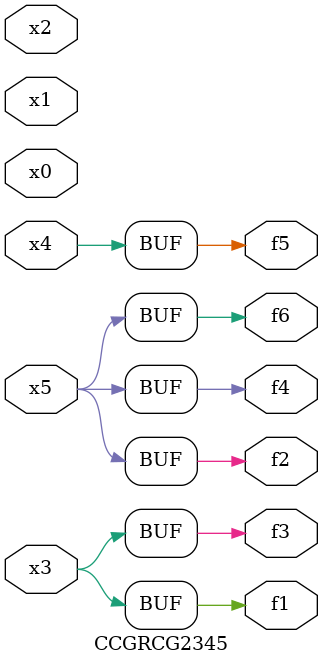
<source format=v>
module CCGRCG2345(
	input x0, x1, x2, x3, x4, x5,
	output f1, f2, f3, f4, f5, f6
);
	assign f1 = x3;
	assign f2 = x5;
	assign f3 = x3;
	assign f4 = x5;
	assign f5 = x4;
	assign f6 = x5;
endmodule

</source>
